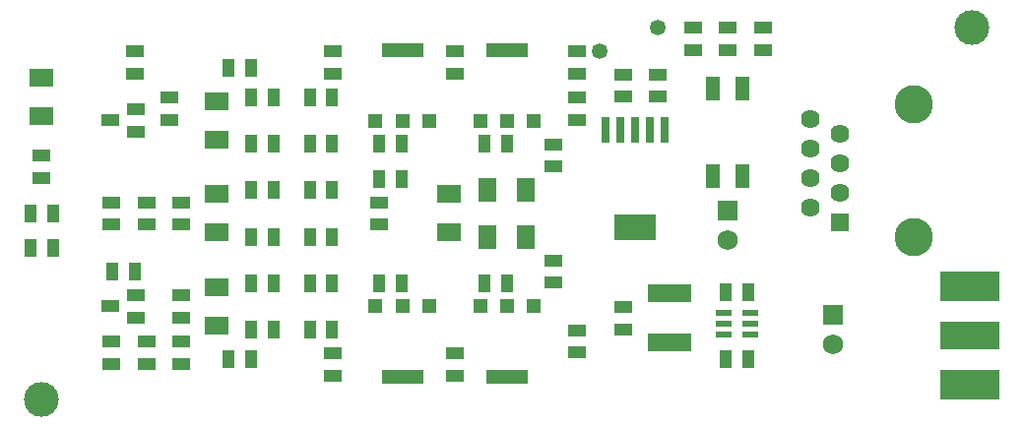
<source format=gts>
G04 (created by PCBNEW (2013-mar-25)-stable) date Friday, August 07, 2015 11:50:23 AM*
%MOIN*%
G04 Gerber Fmt 3.4, Leading zero omitted, Abs format*
%FSLAX34Y34*%
G01*
G70*
G90*
G04 APERTURE LIST*
%ADD10C,0.006*%
%ADD11C,0.129921*%
%ADD12R,0.063937X0.063937*%
%ADD13C,0.063937*%
%ADD14R,0.0688976X0.0688976*%
%ADD15C,0.0688976*%
%ADD16C,0.0531496*%
%ADD17R,0.145669X0.0649606*%
%ADD18R,0.058937X0.038937*%
%ADD19R,0.038937X0.058937*%
%ADD20R,0.0826772X0.0629921*%
%ADD21R,0.0629921X0.0826772*%
%ADD22R,0.0511811X0.0826772*%
%ADD23R,0.203937X0.0940945*%
%ADD24R,0.203937X0.0990157*%
%ADD25R,0.053937X0.023937*%
%ADD26R,0.0511811X0.0511811*%
%ADD27R,0.141732X0.0511811*%
%ADD28R,0.0275591X0.0905512*%
%ADD29R,0.141732X0.0905512*%
%ADD30R,0.059037X0.043237*%
%ADD31C,0.11811*%
G04 APERTURE END LIST*
G54D10*
G54D11*
X84251Y-23478D03*
X84251Y-27978D03*
G54D12*
X81751Y-27478D03*
G54D13*
X80751Y-26978D03*
X81751Y-26478D03*
X80751Y-25978D03*
X81751Y-25478D03*
X80751Y-24978D03*
X81751Y-24478D03*
X80751Y-23978D03*
G54D14*
X81496Y-30602D03*
G54D15*
X81496Y-31602D03*
G54D14*
X77952Y-27059D03*
G54D15*
X77952Y-28059D03*
G54D16*
X75590Y-20866D03*
X73622Y-21653D03*
G54D17*
X75984Y-31545D03*
X75984Y-29872D03*
G54D18*
X57086Y-32269D03*
X57086Y-31509D03*
X64566Y-21667D03*
X64566Y-22427D03*
X76771Y-21639D03*
X76771Y-20879D03*
X72047Y-29513D03*
X72047Y-28753D03*
X72047Y-24816D03*
X72047Y-25576D03*
G54D19*
X61037Y-22244D03*
X61797Y-22244D03*
G54D18*
X59448Y-26785D03*
X59448Y-27545D03*
G54D19*
X61037Y-32086D03*
X61797Y-32086D03*
G54D18*
X74409Y-30328D03*
X74409Y-31088D03*
X77952Y-21639D03*
X77952Y-20879D03*
X68700Y-21667D03*
X68700Y-22427D03*
G54D19*
X78628Y-32086D03*
X77868Y-32086D03*
X78628Y-29822D03*
X77868Y-29822D03*
G54D18*
X66141Y-26785D03*
X66141Y-27545D03*
X58267Y-27545D03*
X58267Y-26785D03*
G54D19*
X54344Y-28346D03*
X55104Y-28346D03*
G54D18*
X57874Y-21667D03*
X57874Y-22427D03*
G54D19*
X61824Y-29527D03*
X62584Y-29527D03*
X63793Y-23228D03*
X64553Y-23228D03*
X63793Y-24803D03*
X64553Y-24803D03*
X61824Y-23228D03*
X62584Y-23228D03*
X61824Y-24803D03*
X62584Y-24803D03*
X63793Y-27952D03*
X64553Y-27952D03*
X63793Y-26377D03*
X64553Y-26377D03*
X61824Y-27952D03*
X62584Y-27952D03*
X61824Y-26377D03*
X62584Y-26377D03*
G54D18*
X54724Y-25970D03*
X54724Y-25210D03*
G54D19*
X55104Y-27165D03*
X54344Y-27165D03*
G54D18*
X57086Y-26785D03*
X57086Y-27545D03*
G54D19*
X57860Y-29133D03*
X57100Y-29133D03*
G54D18*
X72834Y-31116D03*
X72834Y-31876D03*
X59448Y-30694D03*
X59448Y-29934D03*
X59448Y-32269D03*
X59448Y-31509D03*
X79133Y-21639D03*
X79133Y-20879D03*
X68700Y-31903D03*
X68700Y-32663D03*
G54D19*
X66915Y-25984D03*
X66155Y-25984D03*
G54D18*
X75590Y-23214D03*
X75590Y-22454D03*
X59055Y-23242D03*
X59055Y-24002D03*
X72834Y-24002D03*
X72834Y-23242D03*
X72834Y-21667D03*
X72834Y-22427D03*
X74409Y-23214D03*
X74409Y-22454D03*
G54D19*
X69698Y-29527D03*
X70458Y-29527D03*
X69698Y-24803D03*
X70458Y-24803D03*
X66155Y-29527D03*
X66915Y-29527D03*
X66155Y-24803D03*
X66915Y-24803D03*
X63793Y-31102D03*
X64553Y-31102D03*
X63793Y-29527D03*
X64553Y-29527D03*
X61824Y-31102D03*
X62584Y-31102D03*
G54D18*
X64566Y-31903D03*
X64566Y-32663D03*
X58267Y-31509D03*
X58267Y-32269D03*
G54D20*
X68503Y-26515D03*
X68503Y-27814D03*
X60629Y-26515D03*
X60629Y-27814D03*
X60629Y-30964D03*
X60629Y-29665D03*
G54D21*
X69822Y-27952D03*
X71122Y-27952D03*
X69822Y-26377D03*
X71122Y-26377D03*
G54D20*
X60629Y-23366D03*
X60629Y-24665D03*
X54724Y-23877D03*
X54724Y-22578D03*
G54D22*
X78452Y-22933D03*
X78452Y-25885D03*
X77452Y-22933D03*
X77452Y-25885D03*
G54D23*
X86137Y-31299D03*
G54D24*
X86137Y-29624D03*
X86137Y-32974D03*
G54D25*
X78698Y-31275D03*
X78696Y-30905D03*
X78696Y-30535D03*
X77799Y-30535D03*
X77799Y-30905D03*
X77799Y-31275D03*
G54D26*
X67834Y-30295D03*
X66929Y-30295D03*
X66023Y-30295D03*
G54D27*
X66929Y-32696D03*
G54D26*
X69566Y-24035D03*
X70472Y-24035D03*
X71377Y-24035D03*
G54D27*
X70472Y-21633D03*
G54D26*
X66023Y-24035D03*
X66929Y-24035D03*
X67834Y-24035D03*
G54D27*
X66929Y-21633D03*
G54D26*
X71377Y-30295D03*
X70472Y-30295D03*
X69566Y-30295D03*
G54D27*
X70472Y-32696D03*
G54D28*
X75803Y-24330D03*
X75303Y-24330D03*
X74803Y-24330D03*
X74303Y-24330D03*
X73803Y-24330D03*
G54D29*
X74803Y-27637D03*
G54D30*
X57913Y-24389D03*
X57913Y-23641D03*
X57047Y-24015D03*
X57913Y-30688D03*
X57913Y-29940D03*
X57047Y-30314D03*
G54D31*
X54724Y-33464D03*
X86220Y-20866D03*
M02*

</source>
